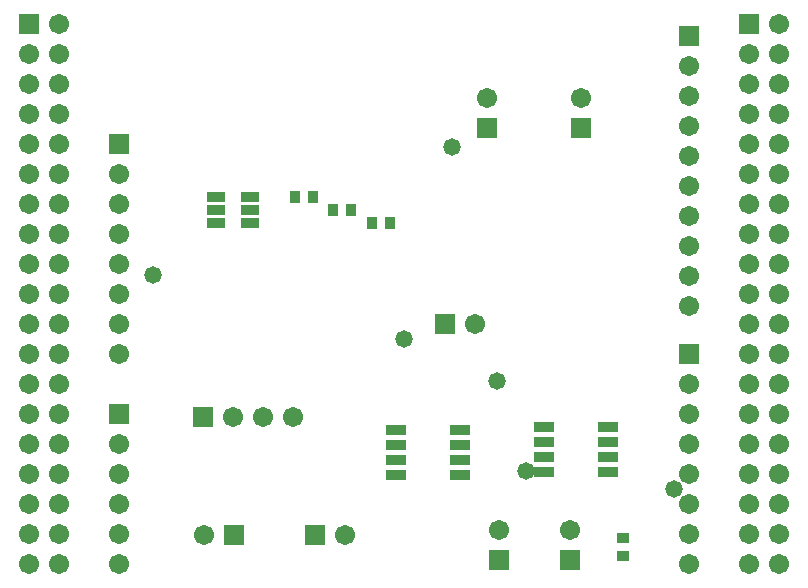
<source format=gts>
G04*
G04 #@! TF.GenerationSoftware,Altium Limited,Altium Designer,18.1.6 (161)*
G04*
G04 Layer_Color=8388736*
%FSLAX25Y25*%
%MOIN*%
G70*
G01*
G75*
%ADD18R,0.06804X0.03359*%
%ADD19R,0.04343X0.03556*%
%ADD20R,0.05918X0.03556*%
%ADD21R,0.03556X0.04343*%
%ADD22R,0.06706X0.06706*%
%ADD23C,0.06706*%
%ADD24R,0.06706X0.06706*%
%ADD25C,0.05800*%
D18*
X156347Y56713D02*
D03*
Y51713D02*
D03*
Y46713D02*
D03*
Y41713D02*
D03*
X134992D02*
D03*
Y46713D02*
D03*
Y51713D02*
D03*
Y56713D02*
D03*
X205559Y57500D02*
D03*
Y52500D02*
D03*
Y47500D02*
D03*
Y42500D02*
D03*
X184205D02*
D03*
Y47500D02*
D03*
Y52500D02*
D03*
Y57500D02*
D03*
D19*
X210630Y20669D02*
D03*
Y14764D02*
D03*
D20*
X74902Y125591D02*
D03*
Y129921D02*
D03*
Y134252D02*
D03*
X86516Y125591D02*
D03*
Y129921D02*
D03*
Y134252D02*
D03*
D21*
X101378D02*
D03*
X107283D02*
D03*
X114173Y129921D02*
D03*
X120079D02*
D03*
X126969Y125591D02*
D03*
X132874D02*
D03*
D22*
X151417Y91969D02*
D03*
X70551Y61024D02*
D03*
X80866Y21654D02*
D03*
X108110D02*
D03*
D23*
X161417Y91969D02*
D03*
X196850Y167244D02*
D03*
X165354Y167323D02*
D03*
X42795Y11969D02*
D03*
Y21969D02*
D03*
Y31969D02*
D03*
Y41969D02*
D03*
Y51969D02*
D03*
X232795Y11969D02*
D03*
Y21969D02*
D03*
Y31969D02*
D03*
Y41969D02*
D03*
Y51969D02*
D03*
Y61969D02*
D03*
Y71969D02*
D03*
Y177953D02*
D03*
Y157953D02*
D03*
Y147953D02*
D03*
Y137953D02*
D03*
Y127953D02*
D03*
Y117953D02*
D03*
Y107953D02*
D03*
Y97953D02*
D03*
Y167953D02*
D03*
X169291Y23319D02*
D03*
X192913D02*
D03*
X22795Y11969D02*
D03*
X12795D02*
D03*
X22795Y21969D02*
D03*
X12795D02*
D03*
X22795Y31969D02*
D03*
X12795D02*
D03*
X22795Y41969D02*
D03*
X12795D02*
D03*
X22795Y51969D02*
D03*
X12795D02*
D03*
X22795Y61969D02*
D03*
X12795D02*
D03*
X22795Y71969D02*
D03*
X12795D02*
D03*
X22795Y81969D02*
D03*
X12795D02*
D03*
X22795Y91969D02*
D03*
X12795D02*
D03*
X22795Y101969D02*
D03*
X12795D02*
D03*
X22795Y111969D02*
D03*
X12795D02*
D03*
X22795Y121969D02*
D03*
X12795D02*
D03*
X22795Y131969D02*
D03*
X12795D02*
D03*
X22795Y141969D02*
D03*
X12795D02*
D03*
X22795Y151969D02*
D03*
X12795D02*
D03*
X22795Y161969D02*
D03*
X12795D02*
D03*
X22795Y171969D02*
D03*
X12795D02*
D03*
X22795Y181969D02*
D03*
X12795D02*
D03*
X22795Y191969D02*
D03*
X42795Y141969D02*
D03*
Y131969D02*
D03*
Y121969D02*
D03*
Y111969D02*
D03*
Y101969D02*
D03*
Y91969D02*
D03*
Y81969D02*
D03*
X262795Y11969D02*
D03*
X252795D02*
D03*
X262795Y21969D02*
D03*
X252795D02*
D03*
X262795Y31969D02*
D03*
X252795D02*
D03*
X262795Y41969D02*
D03*
X252795D02*
D03*
X262795Y51969D02*
D03*
X252795D02*
D03*
X262795Y61969D02*
D03*
X252795D02*
D03*
X262795Y71969D02*
D03*
X252795D02*
D03*
X262795Y81969D02*
D03*
X252795D02*
D03*
X262795Y91969D02*
D03*
X252795D02*
D03*
X262795Y101969D02*
D03*
X252795D02*
D03*
X262795Y111969D02*
D03*
X252795D02*
D03*
X262795Y121969D02*
D03*
X252795D02*
D03*
X262795Y131969D02*
D03*
X252795D02*
D03*
X262795Y141969D02*
D03*
X252795D02*
D03*
X262795Y151969D02*
D03*
X252795D02*
D03*
X262795Y161969D02*
D03*
X252795D02*
D03*
X262795Y171969D02*
D03*
X252795D02*
D03*
X262795Y181969D02*
D03*
X252795D02*
D03*
X262795Y191969D02*
D03*
X100551Y61024D02*
D03*
X90551D02*
D03*
X80551D02*
D03*
X70866Y21654D02*
D03*
X118110D02*
D03*
D24*
X196850Y157244D02*
D03*
X165354Y157323D02*
D03*
X42795Y61969D02*
D03*
X232795Y81969D02*
D03*
Y187953D02*
D03*
X169291Y13319D02*
D03*
X192913D02*
D03*
X12795Y191969D02*
D03*
X42795Y151969D02*
D03*
X252795Y191969D02*
D03*
D25*
X137795Y87016D02*
D03*
X153543Y150900D02*
D03*
X168760Y72835D02*
D03*
X54000Y108300D02*
D03*
X178400Y42800D02*
D03*
X227800Y37000D02*
D03*
M02*

</source>
